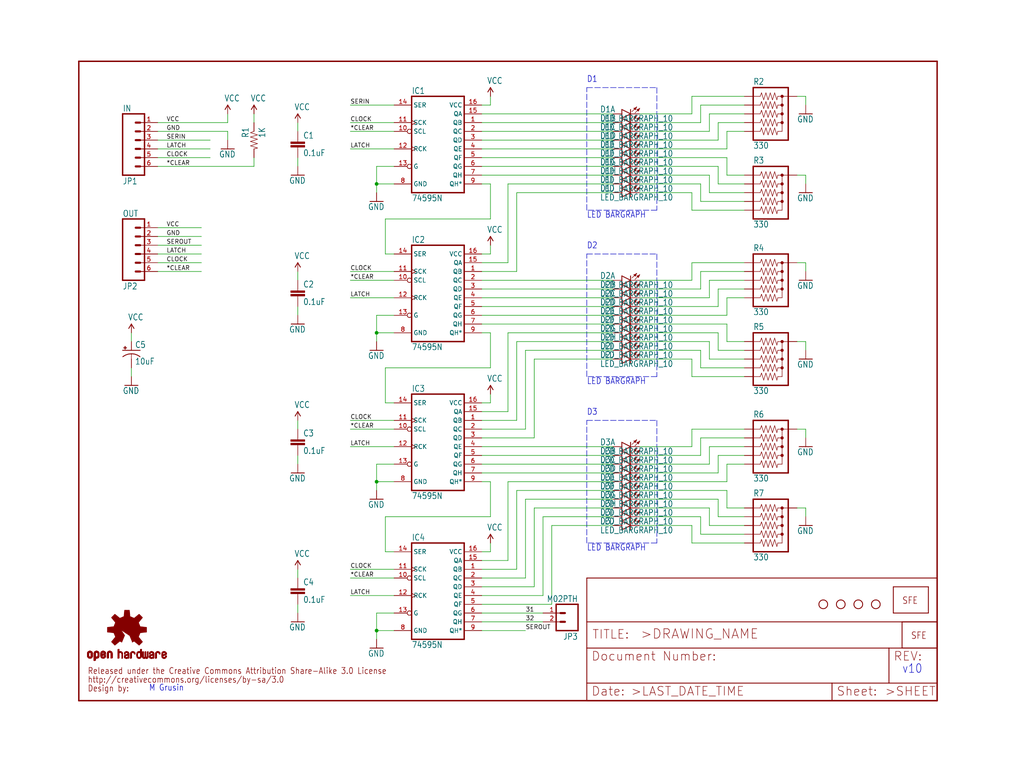
<source format=kicad_sch>
(kicad_sch (version 20211123) (generator eeschema)
  (paper "User" 297.002 223.926)
  (lib_symbols
    (symbol "eagleSchem-eagle-import:74595N"
      (property "Reference" "IC" (at -5.08 13.335 0))
      (property "Value" "74595N" (at -5.08 -17.78 0))
      (symbol "74595N_1_0"
        (pin tri_state line (at 15.24 5.08 180) (length 5.08) (name "QB") (number "1"))
        (pin input inverted (at -10.16 2.54 0) (length 5.08) (name "SCL") (number "10"))
        (pin input clock (at -10.16 5.08 0) (length 5.08) (name "SCK") (number "11"))
        (pin input clock (at -10.16 -2.54 0) (length 5.08) (name "RCK") (number "12"))
        (pin input inverted (at -10.16 -7.62 0) (length 5.08) (name "G") (number "13"))
        (pin input line (at -10.16 10.16 0) (length 5.08) (name "SER") (number "14"))
        (pin tri_state line (at 15.24 7.62 180) (length 5.08) (name "QA") (number "15"))
        (pin power_in line (at 15.24 10.16 180) (length 5.08) (name "VCC") (number "16"))
        (pin tri_state line (at 15.24 2.54 180) (length 5.08) (name "QC") (number "2"))
        (pin tri_state line (at 15.24 0 180) (length 5.08) (name "QD") (number "3"))
        (pin tri_state line (at 15.24 -2.54 180) (length 5.08) (name "QE") (number "4"))
        (pin tri_state line (at 15.24 -5.08 180) (length 5.08) (name "QF") (number "5"))
        (pin tri_state line (at 15.24 -7.62 180) (length 5.08) (name "QG") (number "6"))
        (pin tri_state line (at 15.24 -10.16 180) (length 5.08) (name "QH") (number "7"))
        (pin power_in line (at -10.16 -12.7 0) (length 5.08) (name "GND") (number "8"))
        (pin tri_state line (at 15.24 -12.7 180) (length 5.08) (name "QH*") (number "9"))
      )
    )
    (symbol "eagleSchem-eagle-import:CAPPTH2"
      (property "Reference" "C" (at 1.524 2.921 0))
      (property "Value" "CAPPTH2" (at 1.524 -2.159 0))
      (symbol "CAPPTH2_1_0"
        (pin passive line (at 0 5.08 270) (length 2.54) (name "1") (number "1"))
        (pin passive line (at 0 -2.54 90) (length 2.54) (name "2") (number "2"))
      )
    )
    (symbol "eagleSchem-eagle-import:CAP_POLPTH2"
      (property "Reference" "C" (at 1.016 0.635 0))
      (property "Value" "CAP_POLPTH2" (at 1.016 -4.191 0))
      (symbol "CAP_POLPTH2_1_0"
        (pin passive line (at 0 2.54 270) (length 2.54) (name "+") (number "1"))
        (pin passive line (at 0 -5.08 90) (length 2.54) (name "-") (number "2"))
      )
    )
    (symbol "eagleSchem-eagle-import:CREATIVE_COMMONS"
      (symbol "CREATIVE_COMMONS_1_0"
        (text "Design by:" (at 0 0 0) (effects (font (size 1.778 1.5113)) (justify left bottom)))
        (text "http://creativecommons.org/licenses/by-sa/3.0" (at 0 2.54 0) (effects (font (size 1.778 1.5113)) (justify left bottom)))
        (text "Released under the Creative Commons Attribution Share-Alike 3.0 License" (at 0 5.08 0) (effects (font (size 1.778 1.5113)) (justify left bottom)))
      )
    )
    (symbol "eagleSchem-eagle-import:FRAME-LETTER"
      (symbol "FRAME-LETTER_2_0"
        (text ">DRAWING_NAME" (at 15.494 17.78 0) (effects (font (size 2.7432 2.7432)) (justify left bottom)))
        (text ">LAST_DATE_TIME" (at 12.7 1.27 0) (effects (font (size 2.54 2.54)) (justify left bottom)))
        (text ">SHEET" (at 86.36 1.27 0) (effects (font (size 2.54 2.54)) (justify left bottom)))
        (text "Date:" (at 1.27 1.27 0) (effects (font (size 2.54 2.54)) (justify left bottom)))
        (text "Document Number:" (at 1.27 11.43 0) (effects (font (size 2.54 2.54)) (justify left bottom)))
        (text "REV:" (at 88.9 11.43 0) (effects (font (size 2.54 2.54)) (justify left bottom)))
        (text "Sheet:" (at 72.39 1.27 0) (effects (font (size 2.54 2.54)) (justify left bottom)))
        (text "TITLE:" (at 1.524 17.78 0) (effects (font (size 2.54 2.54)) (justify left bottom)))
      )
    )
    (symbol "eagleSchem-eagle-import:GND" (power)
      (property "Value" "GND" (at -2.54 -2.54 0))
      (symbol "GND_1_0"
        (pin power_in line (at 0 2.54 270) (length 2.54) (name "GND") (number "1"))
      )
    )
    (symbol "eagleSchem-eagle-import:LED_BARGRAPH_10"
      (property "Reference" "D" (at -6.35 2.286 0))
      (property "Value" "LED_BARGRAPH_10" (at -6.35 -0.381 0))
      (symbol "LED_BARGRAPH_10_1_0"
        (pin passive line (at -2.54 0 0) (length 2.54) (name "A") (number "1"))
        (pin passive line (at 5.08 0 180) (length 2.54) (name "C") (number "20"))
      )
      (symbol "LED_BARGRAPH_10_2_0"
        (pin passive line (at 5.08 0 180) (length 2.54) (name "C") (number "19"))
        (pin passive line (at -2.54 0 0) (length 2.54) (name "A") (number "2"))
      )
      (symbol "LED_BARGRAPH_10_3_0"
        (pin passive line (at 5.08 0 180) (length 2.54) (name "C") (number "18"))
        (pin passive line (at -2.54 0 0) (length 2.54) (name "A") (number "3"))
      )
      (symbol "LED_BARGRAPH_10_4_0"
        (pin passive line (at 5.08 0 180) (length 2.54) (name "C") (number "17"))
        (pin passive line (at -2.54 0 0) (length 2.54) (name "A") (number "4"))
      )
      (symbol "LED_BARGRAPH_10_5_0"
        (pin passive line (at 5.08 0 180) (length 2.54) (name "C") (number "16"))
        (pin passive line (at -2.54 0 0) (length 2.54) (name "A") (number "5"))
      )
      (symbol "LED_BARGRAPH_10_6_0"
        (pin passive line (at 5.08 0 180) (length 2.54) (name "C") (number "15"))
        (pin passive line (at -2.54 0 0) (length 2.54) (name "A") (number "6"))
      )
      (symbol "LED_BARGRAPH_10_7_0"
        (pin passive line (at 5.08 0 180) (length 2.54) (name "C") (number "14"))
        (pin passive line (at -2.54 0 0) (length 2.54) (name "A") (number "7"))
      )
      (symbol "LED_BARGRAPH_10_8_0"
        (pin passive line (at 5.08 0 180) (length 2.54) (name "C") (number "13"))
        (pin passive line (at -2.54 0 0) (length 2.54) (name "A") (number "8"))
      )
      (symbol "LED_BARGRAPH_10_9_0"
        (pin passive line (at 5.08 0 180) (length 2.54) (name "C") (number "12"))
        (pin passive line (at -2.54 0 0) (length 2.54) (name "A") (number "9"))
      )
      (symbol "LED_BARGRAPH_10_10_0"
        (pin passive line (at -2.54 0 0) (length 2.54) (name "A") (number "10"))
        (pin passive line (at 5.08 0 180) (length 2.54) (name "C") (number "11"))
      )
    )
    (symbol "eagleSchem-eagle-import:LOGO-SFENW2"
      (symbol "LOGO-SFENW2_1_0"
        (text "SFE" (at 0 0 0) (effects (font (size 1.9304 1.6408)) (justify left bottom)))
      )
    )
    (symbol "eagleSchem-eagle-import:LOGO-SFESK"
      (symbol "LOGO-SFESK_1_0"
        (text "SFE" (at 0 0 0) (effects (font (size 1.9304 1.6408)) (justify left bottom)))
      )
    )
    (symbol "eagleSchem-eagle-import:M02PTH"
      (property "Reference" "JP" (at -2.54 5.842 0))
      (property "Value" "M02PTH" (at -2.54 -5.08 0))
      (symbol "M02PTH_1_0"
        (pin passive line (at 7.62 0 180) (length 5.08) (name "1") (number "1"))
        (pin passive line (at 7.62 2.54 180) (length 5.08) (name "2") (number "2"))
      )
    )
    (symbol "eagleSchem-eagle-import:M06SIP"
      (property "Reference" "JP" (at -5.08 10.922 0))
      (property "Value" "M06SIP" (at -5.08 -10.16 0))
      (symbol "M06SIP_1_0"
        (pin passive line (at 5.08 -5.08 180) (length 5.08) (name "1") (number "1"))
        (pin passive line (at 5.08 -2.54 180) (length 5.08) (name "2") (number "2"))
        (pin passive line (at 5.08 0 180) (length 5.08) (name "3") (number "3"))
        (pin passive line (at 5.08 2.54 180) (length 5.08) (name "4") (number "4"))
        (pin passive line (at 5.08 5.08 180) (length 5.08) (name "5") (number "5"))
        (pin passive line (at 5.08 7.62 180) (length 5.08) (name "6") (number "6"))
      )
    )
    (symbol "eagleSchem-eagle-import:OSHW-LOGOM")
    (symbol "eagleSchem-eagle-import:RESISTORAXIAL-0.3"
      (property "Reference" "R" (at -3.81 1.4986 0))
      (property "Value" "RESISTORAXIAL-0.3" (at -3.81 -3.302 0))
      (symbol "RESISTORAXIAL-0.3_1_0"
        (pin passive line (at -5.08 0 0) (length 2.54) (name "1") (number "P$1"))
        (pin passive line (at 5.08 0 180) (length 2.54) (name "2") (number "P$2"))
      )
    )
    (symbol "eagleSchem-eagle-import:RPACK-BUSSED-SIP-PTH-5"
      (property "Reference" "R" (at 2.54 3.302 0))
      (property "Value" "RPACK-BUSSED-SIP-PTH-5" (at 2.54 -15.24 0))
      (symbol "RPACK-BUSSED-SIP-PTH-5_1_0"
        (pin passive line (at 15.24 0 180) (length 2.54) (name "1") (number "P$1"))
        (pin passive line (at 0 0 0) (length 2.54) (name "2") (number "P$2"))
        (pin passive line (at 0 -2.54 0) (length 2.54) (name "3") (number "P$3"))
        (pin passive line (at 0 -5.08 0) (length 2.54) (name "4") (number "P$4"))
        (pin passive line (at 0 -7.62 0) (length 2.54) (name "5") (number "P$5"))
        (pin passive line (at 0 -10.16 0) (length 2.54) (name "6") (number "P$6"))
      )
    )
    (symbol "eagleSchem-eagle-import:STAND-OFF")
    (symbol "eagleSchem-eagle-import:VCC" (power)
      (property "Value" "VCC" (at -1.016 3.556 0))
      (symbol "VCC_1_0"
        (pin power_in line (at 0 0 90) (length 2.54) (name "VCC") (number "1"))
      )
    )
  )
  (junction (at 109.22 182.88))
  (junction (at 109.22 139.7))
  (junction (at 109.22 96.52))
  (junction (at 109.22 53.34))
  (wire (pts (xy 45.72 48.26) (xy 73.66 48.26)))
  (wire (pts (xy 38.1 109.22) (xy 38.1 106.68)))
  (wire (pts (xy 215.9 50.8) (xy 210.82 50.8)))
  (wire (pts (xy 177.8 104.14) (xy 154.94 104.14)))
  (wire (pts (xy 205.74 104.14) (xy 215.9 104.14)))
  (wire (pts (xy 203.2 53.34) (xy 203.2 58.42)))
  (wire (pts (xy 233.68 27.94) (xy 233.68 30.48)))
  (wire (pts (xy 215.9 129.54) (xy 205.74 129.54)))
  (wire (pts (xy 210.82 142.24) (xy 210.82 147.32)))
  (wire (pts (xy 86.36 91.44) (xy 86.36 88.9)))
  (wire (pts (xy 208.28 132.08) (xy 215.9 132.08)))
  (wire (pts (xy 185.42 50.8) (xy 205.74 50.8)))
  (polyline (pts (xy 170.18 109.22) (xy 170.18 73.66)))
  (polyline (pts (xy 170.18 157.48) (xy 170.18 121.92)))
  (wire (pts (xy 200.66 76.2) (xy 200.66 81.28)))
  (wire (pts (xy 208.28 137.16) (xy 208.28 132.08)))
  (wire (pts (xy 38.1 96.52) (xy 38.1 99.06)))
  (wire (pts (xy 205.74 33.02) (xy 215.9 33.02)))
  (wire (pts (xy 114.3 35.56) (xy 101.6 35.56)))
  (wire (pts (xy 200.66 152.4) (xy 200.66 157.48)))
  (wire (pts (xy 109.22 182.88) (xy 109.22 177.8)))
  (wire (pts (xy 203.2 58.42) (xy 215.9 58.42)))
  (wire (pts (xy 208.28 101.6) (xy 208.28 96.52)))
  (wire (pts (xy 177.8 142.24) (xy 149.86 142.24)))
  (wire (pts (xy 147.32 139.7) (xy 177.8 139.7)))
  (wire (pts (xy 139.7 182.88) (xy 152.4 182.88)))
  (wire (pts (xy 139.7 180.34) (xy 157.48 180.34)))
  (wire (pts (xy 160.02 152.4) (xy 177.8 152.4)))
  (wire (pts (xy 233.68 76.2) (xy 233.68 78.74)))
  (wire (pts (xy 185.42 81.28) (xy 200.66 81.28)))
  (wire (pts (xy 185.42 88.9) (xy 208.28 88.9)))
  (wire (pts (xy 215.9 35.56) (xy 208.28 35.56)))
  (wire (pts (xy 233.68 124.46) (xy 233.68 127)))
  (wire (pts (xy 154.94 147.32) (xy 177.8 147.32)))
  (wire (pts (xy 177.8 132.08) (xy 139.7 132.08)))
  (wire (pts (xy 203.2 132.08) (xy 203.2 127)))
  (wire (pts (xy 152.4 124.46) (xy 152.4 101.6)))
  (wire (pts (xy 147.32 53.34) (xy 147.32 76.2)))
  (wire (pts (xy 177.8 93.98) (xy 139.7 93.98)))
  (wire (pts (xy 60.96 40.64) (xy 45.72 40.64)))
  (wire (pts (xy 139.7 38.1) (xy 177.8 38.1)))
  (wire (pts (xy 73.66 48.26) (xy 73.66 45.72)))
  (wire (pts (xy 154.94 127) (xy 139.7 127)))
  (wire (pts (xy 142.24 116.84) (xy 142.24 114.3)))
  (polyline (pts (xy 190.5 60.96) (xy 170.18 60.96)))
  (wire (pts (xy 231.14 76.2) (xy 233.68 76.2)))
  (wire (pts (xy 45.72 76.2) (xy 58.42 76.2)))
  (polyline (pts (xy 190.5 157.48) (xy 170.18 157.48)))
  (wire (pts (xy 114.3 43.18) (xy 101.6 43.18)))
  (wire (pts (xy 185.42 86.36) (xy 205.74 86.36)))
  (wire (pts (xy 109.22 91.44) (xy 114.3 91.44)))
  (wire (pts (xy 185.42 96.52) (xy 208.28 96.52)))
  (wire (pts (xy 185.42 91.44) (xy 210.82 91.44)))
  (wire (pts (xy 185.42 38.1) (xy 205.74 38.1)))
  (wire (pts (xy 139.7 116.84) (xy 142.24 116.84)))
  (wire (pts (xy 177.8 149.86) (xy 157.48 149.86)))
  (wire (pts (xy 185.42 99.06) (xy 205.74 99.06)))
  (wire (pts (xy 185.42 43.18) (xy 210.82 43.18)))
  (polyline (pts (xy 170.18 121.92) (xy 190.5 121.92)))
  (wire (pts (xy 185.42 149.86) (xy 203.2 149.86)))
  (wire (pts (xy 139.7 53.34) (xy 142.24 53.34)))
  (wire (pts (xy 205.74 55.88) (xy 205.74 50.8)))
  (wire (pts (xy 200.66 33.02) (xy 200.66 27.94)))
  (polyline (pts (xy 170.18 73.66) (xy 190.5 73.66)))
  (wire (pts (xy 147.32 162.56) (xy 139.7 162.56)))
  (wire (pts (xy 149.86 121.92) (xy 149.86 99.06)))
  (wire (pts (xy 185.42 132.08) (xy 203.2 132.08)))
  (wire (pts (xy 139.7 119.38) (xy 147.32 119.38)))
  (wire (pts (xy 160.02 175.26) (xy 160.02 152.4)))
  (wire (pts (xy 152.4 101.6) (xy 177.8 101.6)))
  (wire (pts (xy 177.8 55.88) (xy 149.86 55.88)))
  (wire (pts (xy 147.32 96.52) (xy 177.8 96.52)))
  (wire (pts (xy 185.42 101.6) (xy 203.2 101.6)))
  (wire (pts (xy 210.82 99.06) (xy 215.9 99.06)))
  (wire (pts (xy 203.2 127) (xy 215.9 127)))
  (wire (pts (xy 114.3 182.88) (xy 109.22 182.88)))
  (wire (pts (xy 177.8 88.9) (xy 139.7 88.9)))
  (wire (pts (xy 185.42 152.4) (xy 200.66 152.4)))
  (wire (pts (xy 109.22 53.34) (xy 109.22 48.26)))
  (wire (pts (xy 149.86 78.74) (xy 139.7 78.74)))
  (wire (pts (xy 86.36 35.56) (xy 86.36 38.1)))
  (wire (pts (xy 233.68 99.06) (xy 233.68 101.6)))
  (wire (pts (xy 139.7 50.8) (xy 177.8 50.8)))
  (wire (pts (xy 149.86 55.88) (xy 149.86 78.74)))
  (wire (pts (xy 101.6 86.36) (xy 114.3 86.36)))
  (wire (pts (xy 200.66 157.48) (xy 215.9 157.48)))
  (wire (pts (xy 139.7 134.62) (xy 177.8 134.62)))
  (polyline (pts (xy 190.5 109.22) (xy 170.18 109.22)))
  (wire (pts (xy 233.68 50.8) (xy 233.68 53.34)))
  (wire (pts (xy 109.22 96.52) (xy 109.22 91.44)))
  (wire (pts (xy 231.14 124.46) (xy 233.68 124.46)))
  (wire (pts (xy 58.42 71.12) (xy 45.72 71.12)))
  (wire (pts (xy 149.86 165.1) (xy 149.86 142.24)))
  (wire (pts (xy 215.9 101.6) (xy 208.28 101.6)))
  (wire (pts (xy 205.74 152.4) (xy 215.9 152.4)))
  (wire (pts (xy 139.7 160.02) (xy 142.24 160.02)))
  (wire (pts (xy 203.2 30.48) (xy 203.2 35.56)))
  (wire (pts (xy 139.7 30.48) (xy 142.24 30.48)))
  (wire (pts (xy 215.9 154.94) (xy 203.2 154.94)))
  (wire (pts (xy 185.42 139.7) (xy 210.82 139.7)))
  (wire (pts (xy 114.3 116.84) (xy 111.76 116.84)))
  (wire (pts (xy 231.14 27.94) (xy 233.68 27.94)))
  (wire (pts (xy 147.32 53.34) (xy 177.8 53.34)))
  (wire (pts (xy 200.66 109.22) (xy 215.9 109.22)))
  (wire (pts (xy 203.2 78.74) (xy 215.9 78.74)))
  (wire (pts (xy 45.72 66.04) (xy 58.42 66.04)))
  (wire (pts (xy 101.6 30.48) (xy 114.3 30.48)))
  (wire (pts (xy 210.82 50.8) (xy 210.82 45.72)))
  (wire (pts (xy 86.36 48.26) (xy 86.36 45.72)))
  (wire (pts (xy 114.3 177.8) (xy 109.22 177.8)))
  (wire (pts (xy 60.96 43.18) (xy 45.72 43.18)))
  (wire (pts (xy 185.42 134.62) (xy 205.74 134.62)))
  (wire (pts (xy 114.3 81.28) (xy 101.6 81.28)))
  (wire (pts (xy 101.6 165.1) (xy 114.3 165.1)))
  (wire (pts (xy 185.42 83.82) (xy 203.2 83.82)))
  (wire (pts (xy 45.72 73.66) (xy 58.42 73.66)))
  (wire (pts (xy 149.86 121.92) (xy 139.7 121.92)))
  (wire (pts (xy 185.42 144.78) (xy 208.28 144.78)))
  (wire (pts (xy 215.9 149.86) (xy 208.28 149.86)))
  (wire (pts (xy 45.72 68.58) (xy 58.42 68.58)))
  (wire (pts (xy 86.36 78.74) (xy 86.36 81.28)))
  (wire (pts (xy 185.42 48.26) (xy 208.28 48.26)))
  (wire (pts (xy 139.7 177.8) (xy 157.48 177.8)))
  (wire (pts (xy 142.24 149.86) (xy 111.76 149.86)))
  (polyline (pts (xy 170.18 25.4) (xy 190.5 25.4)))
  (wire (pts (xy 111.76 73.66) (xy 114.3 73.66)))
  (wire (pts (xy 215.9 106.68) (xy 203.2 106.68)))
  (wire (pts (xy 177.8 137.16) (xy 139.7 137.16)))
  (wire (pts (xy 185.42 147.32) (xy 205.74 147.32)))
  (wire (pts (xy 210.82 93.98) (xy 210.82 99.06)))
  (wire (pts (xy 185.42 35.56) (xy 203.2 35.56)))
  (wire (pts (xy 152.4 144.78) (xy 152.4 167.64)))
  (wire (pts (xy 215.9 124.46) (xy 200.66 124.46)))
  (wire (pts (xy 210.82 38.1) (xy 215.9 38.1)))
  (wire (pts (xy 147.32 139.7) (xy 147.32 162.56)))
  (polyline (pts (xy 190.5 73.66) (xy 190.5 109.22)))
  (wire (pts (xy 185.42 93.98) (xy 210.82 93.98)))
  (wire (pts (xy 215.9 81.28) (xy 205.74 81.28)))
  (wire (pts (xy 142.24 149.86) (xy 142.24 139.7)))
  (wire (pts (xy 205.74 147.32) (xy 205.74 152.4)))
  (wire (pts (xy 200.66 104.14) (xy 200.66 109.22)))
  (wire (pts (xy 177.8 99.06) (xy 149.86 99.06)))
  (wire (pts (xy 215.9 55.88) (xy 205.74 55.88)))
  (wire (pts (xy 139.7 96.52) (xy 142.24 96.52)))
  (wire (pts (xy 142.24 53.34) (xy 142.24 63.5)))
  (wire (pts (xy 185.42 142.24) (xy 210.82 142.24)))
  (wire (pts (xy 109.22 139.7) (xy 109.22 142.24)))
  (wire (pts (xy 215.9 86.36) (xy 210.82 86.36)))
  (wire (pts (xy 210.82 134.62) (xy 210.82 139.7)))
  (wire (pts (xy 66.04 38.1) (xy 66.04 40.64)))
  (wire (pts (xy 185.42 45.72) (xy 210.82 45.72)))
  (wire (pts (xy 142.24 96.52) (xy 142.24 106.68)))
  (wire (pts (xy 142.24 73.66) (xy 142.24 71.12)))
  (wire (pts (xy 185.42 33.02) (xy 200.66 33.02)))
  (wire (pts (xy 210.82 86.36) (xy 210.82 91.44)))
  (wire (pts (xy 147.32 76.2) (xy 139.7 76.2)))
  (wire (pts (xy 208.28 83.82) (xy 215.9 83.82)))
  (wire (pts (xy 210.82 43.18) (xy 210.82 38.1)))
  (wire (pts (xy 208.28 48.26) (xy 208.28 53.34)))
  (wire (pts (xy 139.7 175.26) (xy 160.02 175.26)))
  (wire (pts (xy 66.04 35.56) (xy 66.04 33.02)))
  (wire (pts (xy 200.66 60.96) (xy 200.66 55.88)))
  (wire (pts (xy 208.28 35.56) (xy 208.28 40.64)))
  (wire (pts (xy 139.7 170.18) (xy 154.94 170.18)))
  (wire (pts (xy 231.14 99.06) (xy 233.68 99.06)))
  (wire (pts (xy 154.94 170.18) (xy 154.94 147.32)))
  (wire (pts (xy 154.94 127) (xy 154.94 104.14)))
  (wire (pts (xy 200.66 124.46) (xy 200.66 129.54)))
  (wire (pts (xy 177.8 86.36) (xy 139.7 86.36)))
  (wire (pts (xy 86.36 134.62) (xy 86.36 132.08)))
  (polyline (pts (xy 190.5 25.4) (xy 190.5 60.96)))
  (wire (pts (xy 185.42 104.14) (xy 200.66 104.14)))
  (wire (pts (xy 139.7 48.26) (xy 177.8 48.26)))
  (wire (pts (xy 157.48 172.72) (xy 139.7 172.72)))
  (wire (pts (xy 101.6 121.92) (xy 114.3 121.92)))
  (wire (pts (xy 73.66 35.56) (xy 73.66 33.02)))
  (wire (pts (xy 177.8 83.82) (xy 139.7 83.82)))
  (wire (pts (xy 114.3 124.46) (xy 101.6 124.46)))
  (wire (pts (xy 109.22 182.88) (xy 109.22 185.42)))
  (wire (pts (xy 101.6 78.74) (xy 114.3 78.74)))
  (wire (pts (xy 208.28 149.86) (xy 208.28 144.78)))
  (wire (pts (xy 114.3 96.52) (xy 109.22 96.52)))
  (wire (pts (xy 185.42 129.54) (xy 200.66 129.54)))
  (wire (pts (xy 200.66 27.94) (xy 215.9 27.94)))
  (wire (pts (xy 139.7 165.1) (xy 149.86 165.1)))
  (wire (pts (xy 185.42 55.88) (xy 200.66 55.88)))
  (wire (pts (xy 139.7 40.64) (xy 177.8 40.64)))
  (wire (pts (xy 139.7 73.66) (xy 142.24 73.66)))
  (wire (pts (xy 139.7 124.46) (xy 152.4 124.46)))
  (wire (pts (xy 139.7 129.54) (xy 177.8 129.54)))
  (wire (pts (xy 208.28 53.34) (xy 215.9 53.34)))
  (wire (pts (xy 86.36 165.1) (xy 86.36 167.64)))
  (wire (pts (xy 231.14 147.32) (xy 233.68 147.32)))
  (wire (pts (xy 152.4 167.64) (xy 139.7 167.64)))
  (polyline (pts (xy 170.18 60.96) (xy 170.18 25.4)))
  (wire (pts (xy 111.76 149.86) (xy 111.76 160.02)))
  (wire (pts (xy 114.3 139.7) (xy 109.22 139.7)))
  (wire (pts (xy 203.2 154.94) (xy 203.2 149.86)))
  (wire (pts (xy 109.22 99.06) (xy 109.22 96.52)))
  (wire (pts (xy 139.7 43.18) (xy 177.8 43.18)))
  (wire (pts (xy 139.7 91.44) (xy 177.8 91.44)))
  (wire (pts (xy 142.24 63.5) (xy 111.76 63.5)))
  (wire (pts (xy 114.3 167.64) (xy 101.6 167.64)))
  (wire (pts (xy 139.7 45.72) (xy 177.8 45.72)))
  (wire (pts (xy 152.4 144.78) (xy 177.8 144.78)))
  (wire (pts (xy 111.76 116.84) (xy 111.76 106.68)))
  (wire (pts (xy 114.3 48.26) (xy 109.22 48.26)))
  (wire (pts (xy 109.22 139.7) (xy 109.22 134.62)))
  (wire (pts (xy 101.6 129.54) (xy 114.3 129.54)))
  (wire (pts (xy 147.32 119.38) (xy 147.32 96.52)))
  (wire (pts (xy 233.68 147.32) (xy 233.68 149.86)))
  (wire (pts (xy 86.36 177.8) (xy 86.36 175.26)))
  (wire (pts (xy 205.74 99.06) (xy 205.74 104.14)))
  (wire (pts (xy 215.9 134.62) (xy 210.82 134.62)))
  (wire (pts (xy 109.22 53.34) (xy 109.22 55.88)))
  (wire (pts (xy 157.48 149.86) (xy 157.48 172.72)))
  (wire (pts (xy 66.04 35.56) (xy 45.72 35.56)))
  (wire (pts (xy 215.9 76.2) (xy 200.66 76.2)))
  (wire (pts (xy 86.36 121.92) (xy 86.36 124.46)))
  (wire (pts (xy 142.24 30.48) (xy 142.24 27.94)))
  (wire (pts (xy 101.6 172.72) (xy 114.3 172.72)))
  (wire (pts (xy 185.42 53.34) (xy 203.2 53.34)))
  (wire (pts (xy 139.7 35.56) (xy 177.8 35.56)))
  (wire (pts (xy 139.7 33.02) (xy 177.8 33.02)))
  (wire (pts (xy 185.42 137.16) (xy 208.28 137.16)))
  (wire (pts (xy 208.28 88.9) (xy 208.28 83.82)))
  (wire (pts (xy 205.74 38.1) (xy 205.74 33.02)))
  (wire (pts (xy 111.76 63.5) (xy 111.76 73.66)))
  (wire (pts (xy 185.42 40.64) (xy 208.28 40.64)))
  (wire (pts (xy 111.76 160.02) (xy 114.3 160.02)))
  (wire (pts (xy 114.3 53.34) (xy 109.22 53.34)))
  (wire (pts (xy 142.24 139.7) (xy 139.7 139.7)))
  (wire (pts (xy 45.72 78.74) (xy 58.42 78.74)))
  (wire (pts (xy 215.9 30.48) (xy 203.2 30.48)))
  (wire (pts (xy 45.72 38.1) (xy 66.04 38.1)))
  (wire (pts (xy 203.2 106.68) (xy 203.2 101.6)))
  (wire (pts (xy 45.72 45.72) (xy 60.96 45.72)))
  (wire (pts (xy 231.14 50.8) (xy 233.68 50.8)))
  (wire (pts (xy 142.24 160.02) (xy 142.24 157.48)))
  (wire (pts (xy 210.82 147.32) (xy 215.9 147.32)))
  (wire (pts (xy 177.8 81.28) (xy 139.7 81.28)))
  (wire (pts (xy 114.3 38.1) (xy 101.6 38.1)))
  (wire (pts (xy 205.74 81.28) (xy 205.74 86.36)))
  (wire (pts (xy 114.3 134.62) (xy 109.22 134.62)))
  (wire (pts (xy 205.74 129.54) (xy 205.74 134.62)))
  (wire (pts (xy 203.2 83.82) (xy 203.2 78.74)))
  (wire (pts (xy 215.9 60.96) (xy 200.66 60.96)))
  (wire (pts (xy 142.24 106.68) (xy 111.76 106.68)))
  (polyline (pts (xy 190.5 121.92) (xy 190.5 157.48)))
  (text "M Grusin" (at 43.18 200.66 180) (effects (font (size 1.778 1.5113)) (justify left bottom)))
  (text "LED BARGRAPH" (at 170.18 111.76 180) (effects (font (size 1.778 1.5113)) (justify left bottom)))
  (text "D2" (at 170.18 72.39 180) (effects (font (size 1.778 1.5113)) (justify left bottom)))
  (text "LED BARGRAPH" (at 170.18 160.02 180) (effects (font (size 1.778 1.5113)) (justify left bottom)))
  (text "LED BARGRAPH" (at 170.18 63.5 180) (effects (font (size 1.778 1.5113)) (justify left bottom)))
  (text "v10" (at 261.62 195.58 180) (effects (font (size 2.54 2.159)) (justify left bottom)))
  (text "D3" (at 170.18 120.65 180) (effects (font (size 1.778 1.5113)) (justify left bottom)))
  (text "D1" (at 170.18 24.13 180) (effects (font (size 1.778 1.5113)) (justify left bottom)))
  (label "SEROUT" (at 152.4 182.88 0) (effects (font (size 1.2446 1.2446))))
  (label "31" (at 152.4 177.8 0) (effects (font (size 1.2446 1.2446))))
  (label "*CLEAR" (at 48.26 78.74 0) (effects (font (size 1.2446 1.2446))))
  (label "SERIN" (at 101.6 30.48 0) (effects (font (size 1.2446 1.2446))))
  (label "GND" (at 48.26 38.1 0) (effects (font (size 1.2446 1.2446))))
  (label "SEROUT" (at 48.26 71.12 0) (effects (font (size 1.2446 1.2446))))
  (label "32" (at 152.4 180.34 0) (effects (font (size 1.2446 1.2446))))
  (label "LATCH" (at 101.6 43.18 0) (effects (font (size 1.2446 1.2446))))
  (label "LATCH" (at 48.26 43.18 0) (effects (font (size 1.2446 1.2446))))
  (label "*CLEAR" (at 101.6 167.64 0) (effects (font (size 1.2446 1.2446))))
  (label "*CLEAR" (at 101.6 38.1 0) (effects (font (size 1.2446 1.2446))))
  (label "VCC" (at 48.26 35.56 0) (effects (font (size 1.2446 1.2446))))
  (label "LATCH" (at 101.6 172.72 0) (effects (font (size 1.2446 1.2446))))
  (label "SERIN" (at 48.26 40.64 0) (effects (font (size 1.2446 1.2446))))
  (label "*CLEAR" (at 101.6 81.28 0) (effects (font (size 1.2446 1.2446))))
  (label "CLOCK" (at 101.6 121.92 0) (effects (font (size 1.2446 1.2446))))
  (label "GND" (at 48.26 68.58 0) (effects (font (size 1.2446 1.2446))))
  (label "LATCH" (at 48.26 73.66 0) (effects (font (size 1.2446 1.2446))))
  (label "*CLEAR" (at 101.6 124.46 0) (effects (font (size 1.2446 1.2446))))
  (label "CLOCK" (at 101.6 165.1 0) (effects (font (size 1.2446 1.2446))))
  (label "*CLEAR" (at 48.26 48.26 0) (effects (font (size 1.2446 1.2446))))
  (label "CLOCK" (at 48.26 45.72 0) (effects (font (size 1.2446 1.2446))))
  (label "LATCH" (at 101.6 86.36 0) (effects (font (size 1.2446 1.2446))))
  (label "VCC" (at 48.26 66.04 0) (effects (font (size 1.2446 1.2446))))
  (label "CLOCK" (at 101.6 35.56 0) (effects (font (size 1.2446 1.2446))))
  (label "LATCH" (at 101.6 129.54 0) (effects (font (size 1.2446 1.2446))))
  (label "CLOCK" (at 101.6 78.74 0) (effects (font (size 1.2446 1.2446))))
  (label "CLOCK" (at 48.26 76.2 0) (effects (font (size 1.2446 1.2446))))
  (symbol (lib_id "eagleSchem-eagle-import:GND") (at 86.36 50.8 0) (unit 1)
    (property "Reference" "#GND8" (effects hide))
    (property "Value" "GND" (at 83.82 53.34 0) (effects (font (size 1.778 1.5113)) (justify left bottom)))
    (property "Footprint" "eagleSchem:" (effects hide))
  )
  (symbol (lib_id "eagleSchem-eagle-import:LED_BARGRAPH_10") (at 180.34 132.08 0) (unit 2)
    (property "Reference" "D3" (at 173.99 129.794 0) (effects (font (size 1.778 1.5113)) (justify left top)))
    (property "Value" "LED_BARGRAPH_10" (at 173.99 132.461 0) (effects (font (size 1.778 1.5113)) (justify left top)))
    (property "Footprint" "eagleSchem:LED_BARGAPH_10" (effects hide))
  )
  (symbol (lib_id "eagleSchem-eagle-import:LED_BARGRAPH_10") (at 180.34 149.86 0) (unit 9)
    (property "Reference" "D3" (at 173.99 147.574 0) (effects (font (size 1.778 1.5113)) (justify left top)))
    (property "Value" "LED_BARGRAPH_10" (at 173.99 150.241 0) (effects (font (size 1.778 1.5113)) (justify left top)))
    (property "Footprint" "eagleSchem:LED_BARGAPH_10" (effects hide))
  )
  (symbol (lib_id "eagleSchem-eagle-import:LED_BARGRAPH_10") (at 180.34 38.1 0) (unit 3)
    (property "Reference" "D1" (at 173.99 35.814 0) (effects (font (size 1.778 1.5113)) (justify left top)))
    (property "Value" "LED_BARGRAPH_10" (at 173.99 38.481 0) (effects (font (size 1.778 1.5113)) (justify left top)))
    (property "Footprint" "eagleSchem:LED_BARGAPH_10" (effects hide))
  )
  (symbol (lib_id "eagleSchem-eagle-import:GND") (at 109.22 101.6 0) (unit 1)
    (property "Reference" "#GND1" (effects hide))
    (property "Value" "GND" (at 106.68 104.14 0) (effects (font (size 1.778 1.5113)) (justify left bottom)))
    (property "Footprint" "eagleSchem:" (effects hide))
  )
  (symbol (lib_id "eagleSchem-eagle-import:RPACK-BUSSED-SIP-PTH-5") (at 215.9 27.94 0) (unit 1)
    (property "Reference" "R2" (at 218.44 24.638 0) (effects (font (size 1.778 1.5113)) (justify left bottom)))
    (property "Value" "330" (at 218.44 43.18 0) (effects (font (size 1.778 1.5113)) (justify left bottom)))
    (property "Footprint" "eagleSchem:RPACK-SIP-PTH-5" (effects hide))
  )
  (symbol (lib_id "eagleSchem-eagle-import:RPACK-BUSSED-SIP-PTH-5") (at 215.9 76.2 0) (unit 1)
    (property "Reference" "R4" (at 218.44 72.898 0) (effects (font (size 1.778 1.5113)) (justify left bottom)))
    (property "Value" "330" (at 218.44 91.44 0) (effects (font (size 1.778 1.5113)) (justify left bottom)))
    (property "Footprint" "eagleSchem:RPACK-SIP-PTH-5" (effects hide))
  )
  (symbol (lib_id "eagleSchem-eagle-import:LED_BARGRAPH_10") (at 180.34 50.8 0) (unit 8)
    (property "Reference" "D1" (at 173.99 48.514 0) (effects (font (size 1.778 1.5113)) (justify left top)))
    (property "Value" "LED_BARGRAPH_10" (at 173.99 51.181 0) (effects (font (size 1.778 1.5113)) (justify left top)))
    (property "Footprint" "eagleSchem:LED_BARGAPH_10" (effects hide))
  )
  (symbol (lib_id "eagleSchem-eagle-import:VCC") (at 86.36 165.1 0) (unit 1)
    (property "Reference" "#P+10" (effects hide))
    (property "Value" "VCC" (at 85.344 161.544 0) (effects (font (size 1.778 1.5113)) (justify left bottom)))
    (property "Footprint" "eagleSchem:" (effects hide))
  )
  (symbol (lib_id "eagleSchem-eagle-import:GND") (at 109.22 58.42 0) (unit 1)
    (property "Reference" "#GND3" (effects hide))
    (property "Value" "GND" (at 106.68 60.96 0) (effects (font (size 1.778 1.5113)) (justify left bottom)))
    (property "Footprint" "eagleSchem:" (effects hide))
  )
  (symbol (lib_id "eagleSchem-eagle-import:LOGO-SFESK") (at 264.16 185.42 0) (unit 1)
    (property "Reference" "LOGO2" (effects hide))
    (property "Value" "LOGO-SFESK" (effects hide))
    (property "Footprint" "eagleSchem:SFE-LOGO-FLAME" (effects hide))
  )
  (symbol (lib_id "eagleSchem-eagle-import:VCC") (at 66.04 33.02 0) (unit 1)
    (property "Reference" "#P+6" (effects hide))
    (property "Value" "VCC" (at 65.024 29.464 0) (effects (font (size 1.778 1.5113)) (justify left bottom)))
    (property "Footprint" "eagleSchem:" (effects hide))
  )
  (symbol (lib_id "eagleSchem-eagle-import:M02PTH") (at 165.1 177.8 180) (unit 1)
    (property "Reference" "JP3" (at 167.64 183.642 0) (effects (font (size 1.778 1.5113)) (justify left bottom)))
    (property "Value" "M02PTH" (at 167.64 172.72 0) (effects (font (size 1.778 1.5113)) (justify left bottom)))
    (property "Footprint" "eagleSchem:1X02" (effects hide))
  )
  (symbol (lib_id "eagleSchem-eagle-import:FRAME-LETTER") (at 22.86 203.2 0) (unit 1)
    (property "Reference" "#FRAME1" (effects hide))
    (property "Value" "FRAME-LETTER" (effects hide))
    (property "Footprint" "eagleSchem:" (effects hide))
  )
  (symbol (lib_id "eagleSchem-eagle-import:VCC") (at 142.24 157.48 0) (unit 1)
    (property "Reference" "#P+4" (effects hide))
    (property "Value" "VCC" (at 141.224 153.924 0) (effects (font (size 1.778 1.5113)) (justify left bottom)))
    (property "Footprint" "eagleSchem:" (effects hide))
  )
  (symbol (lib_id "eagleSchem-eagle-import:LED_BARGRAPH_10") (at 180.34 40.64 0) (unit 4)
    (property "Reference" "D1" (at 173.99 38.354 0) (effects (font (size 1.778 1.5113)) (justify left top)))
    (property "Value" "LED_BARGRAPH_10" (at 173.99 41.021 0) (effects (font (size 1.778 1.5113)) (justify left top)))
    (property "Footprint" "eagleSchem:LED_BARGAPH_10" (effects hide))
  )
  (symbol (lib_id "eagleSchem-eagle-import:LED_BARGRAPH_10") (at 180.34 33.02 0) (unit 1)
    (property "Reference" "D1" (at 173.99 30.734 0) (effects (font (size 1.778 1.5113)) (justify left top)))
    (property "Value" "LED_BARGRAPH_10" (at 173.99 33.401 0) (effects (font (size 1.778 1.5113)) (justify left top)))
    (property "Footprint" "eagleSchem:LED_BARGAPH_10" (effects hide))
  )
  (symbol (lib_id "eagleSchem-eagle-import:74595N") (at 124.46 127 0) (unit 1)
    (property "Reference" "IC3" (at 119.38 113.665 0) (effects (font (size 1.778 1.5113)) (justify left bottom)))
    (property "Value" "74595N" (at 119.38 144.78 0) (effects (font (size 1.778 1.5113)) (justify left bottom)))
    (property "Footprint" "eagleSchem:DIL16" (effects hide))
  )
  (symbol (lib_id "eagleSchem-eagle-import:74595N") (at 124.46 170.18 0) (unit 1)
    (property "Reference" "IC4" (at 119.38 156.845 0) (effects (font (size 1.778 1.5113)) (justify left bottom)))
    (property "Value" "74595N" (at 119.38 187.96 0) (effects (font (size 1.778 1.5113)) (justify left bottom)))
    (property "Footprint" "eagleSchem:DIL16" (effects hide))
  )
  (symbol (lib_id "eagleSchem-eagle-import:FRAME-LETTER") (at 170.18 203.2 0) (unit 2)
    (property "Reference" "#FRAME1" (effects hide))
    (property "Value" "FRAME-LETTER" (effects hide))
    (property "Footprint" "eagleSchem:" (effects hide))
  )
  (symbol (lib_id "eagleSchem-eagle-import:GND") (at 233.68 104.14 0) (unit 1)
    (property "Reference" "#GND13" (effects hide))
    (property "Value" "GND" (at 231.14 106.68 0) (effects (font (size 1.778 1.5113)) (justify left bottom)))
    (property "Footprint" "eagleSchem:" (effects hide))
  )
  (symbol (lib_id "eagleSchem-eagle-import:GND") (at 66.04 43.18 0) (unit 1)
    (property "Reference" "#GND7" (effects hide))
    (property "Value" "GND" (at 63.5 45.72 0) (effects (font (size 1.778 1.5113)) (justify left bottom)))
    (property "Footprint" "eagleSchem:" (effects hide))
  )
  (symbol (lib_id "eagleSchem-eagle-import:VCC") (at 142.24 27.94 0) (unit 1)
    (property "Reference" "#P+2" (effects hide))
    (property "Value" "VCC" (at 141.224 24.384 0) (effects (font (size 1.778 1.5113)) (justify left bottom)))
    (property "Footprint" "eagleSchem:" (effects hide))
  )
  (symbol (lib_id "eagleSchem-eagle-import:LED_BARGRAPH_10") (at 180.34 101.6 0) (unit 9)
    (property "Reference" "D2" (at 173.99 99.314 0) (effects (font (size 1.778 1.5113)) (justify left top)))
    (property "Value" "LED_BARGRAPH_10" (at 173.99 101.981 0) (effects (font (size 1.778 1.5113)) (justify left top)))
    (property "Footprint" "eagleSchem:LED_BARGAPH_10" (effects hide))
  )
  (symbol (lib_id "eagleSchem-eagle-import:LOGO-SFENW2") (at 261.62 175.26 0) (unit 1)
    (property "Reference" "LOGO1" (effects hide))
    (property "Value" "LOGO-SFENW2" (effects hide))
    (property "Footprint" "eagleSchem:SFE-NEW-WEB" (effects hide))
  )
  (symbol (lib_id "eagleSchem-eagle-import:LED_BARGRAPH_10") (at 180.34 104.14 0) (unit 10)
    (property "Reference" "D2" (at 173.99 101.854 0) (effects (font (size 1.778 1.5113)) (justify left top)))
    (property "Value" "LED_BARGRAPH_10" (at 173.99 104.521 0) (effects (font (size 1.778 1.5113)) (justify left top)))
    (property "Footprint" "eagleSchem:LED_BARGAPH_10" (effects hide))
  )
  (symbol (lib_id "eagleSchem-eagle-import:VCC") (at 142.24 114.3 0) (unit 1)
    (property "Reference" "#P+3" (effects hide))
    (property "Value" "VCC" (at 141.224 110.744 0) (effects (font (size 1.778 1.5113)) (justify left bottom)))
    (property "Footprint" "eagleSchem:" (effects hide))
  )
  (symbol (lib_id "eagleSchem-eagle-import:74595N") (at 124.46 83.82 0) (unit 1)
    (property "Reference" "IC2" (at 119.38 70.485 0) (effects (font (size 1.778 1.5113)) (justify left bottom)))
    (property "Value" "74595N" (at 119.38 101.6 0) (effects (font (size 1.778 1.5113)) (justify left bottom)))
    (property "Footprint" "eagleSchem:DIL16" (effects hide))
  )
  (symbol (lib_id "eagleSchem-eagle-import:RPACK-BUSSED-SIP-PTH-5") (at 215.9 50.8 0) (unit 1)
    (property "Reference" "R3" (at 218.44 47.498 0) (effects (font (size 1.778 1.5113)) (justify left bottom)))
    (property "Value" "330" (at 218.44 66.04 0) (effects (font (size 1.778 1.5113)) (justify left bottom)))
    (property "Footprint" "eagleSchem:RPACK-SIP-PTH-5" (effects hide))
  )
  (symbol (lib_id "eagleSchem-eagle-import:LED_BARGRAPH_10") (at 180.34 152.4 0) (unit 10)
    (property "Reference" "D3" (at 173.99 150.114 0) (effects (font (size 1.778 1.5113)) (justify left top)))
    (property "Value" "LED_BARGRAPH_10" (at 173.99 152.781 0) (effects (font (size 1.778 1.5113)) (justify left top)))
    (property "Footprint" "eagleSchem:LED_BARGAPH_10" (effects hide))
  )
  (symbol (lib_id "eagleSchem-eagle-import:LED_BARGRAPH_10") (at 180.34 48.26 0) (unit 7)
    (property "Reference" "D1" (at 173.99 45.974 0) (effects (font (size 1.778 1.5113)) (justify left top)))
    (property "Value" "LED_BARGRAPH_10" (at 173.99 48.641 0) (effects (font (size 1.778 1.5113)) (justify left top)))
    (property "Footprint" "eagleSchem:LED_BARGAPH_10" (effects hide))
  )
  (symbol (lib_id "eagleSchem-eagle-import:LED_BARGRAPH_10") (at 180.34 96.52 0) (unit 7)
    (property "Reference" "D2" (at 173.99 94.234 0) (effects (font (size 1.778 1.5113)) (justify left top)))
    (property "Value" "LED_BARGRAPH_10" (at 173.99 96.901 0) (effects (font (size 1.778 1.5113)) (justify left top)))
    (property "Footprint" "eagleSchem:LED_BARGAPH_10" (effects hide))
  )
  (symbol (lib_id "eagleSchem-eagle-import:GND") (at 233.68 152.4 0) (unit 1)
    (property "Reference" "#GND16" (effects hide))
    (property "Value" "GND" (at 231.14 154.94 0) (effects (font (size 1.778 1.5113)) (justify left bottom)))
    (property "Footprint" "eagleSchem:" (effects hide))
  )
  (symbol (lib_id "eagleSchem-eagle-import:RPACK-BUSSED-SIP-PTH-5") (at 215.9 124.46 0) (unit 1)
    (property "Reference" "R6" (at 218.44 121.158 0) (effects (font (size 1.778 1.5113)) (justify left bottom)))
    (property "Value" "330" (at 218.44 139.7 0) (effects (font (size 1.778 1.5113)) (justify left bottom)))
    (property "Footprint" "eagleSchem:RPACK-SIP-PTH-5" (effects hide))
  )
  (symbol (lib_id "eagleSchem-eagle-import:74595N") (at 124.46 40.64 0) (unit 1)
    (property "Reference" "IC1" (at 119.38 27.305 0) (effects (font (size 1.778 1.5113)) (justify left bottom)))
    (property "Value" "74595N" (at 119.38 58.42 0) (effects (font (size 1.778 1.5113)) (justify left bottom)))
    (property "Footprint" "eagleSchem:DIL16" (effects hide))
  )
  (symbol (lib_id "eagleSchem-eagle-import:LED_BARGRAPH_10") (at 180.34 144.78 0) (unit 7)
    (property "Reference" "D3" (at 173.99 142.494 0) (effects (font (size 1.778 1.5113)) (justify left top)))
    (property "Value" "LED_BARGRAPH_10" (at 173.99 145.161 0) (effects (font (size 1.778 1.5113)) (justify left top)))
    (property "Footprint" "eagleSchem:LED_BARGAPH_10" (effects hide))
  )
  (symbol (lib_id "eagleSchem-eagle-import:GND") (at 86.36 180.34 0) (unit 1)
    (property "Reference" "#GND11" (effects hide))
    (property "Value" "GND" (at 83.82 182.88 0) (effects (font (size 1.778 1.5113)) (justify left bottom)))
    (property "Footprint" "eagleSchem:" (effects hide))
  )
  (symbol (lib_id "eagleSchem-eagle-import:LED_BARGRAPH_10") (at 180.34 35.56 0) (unit 2)
    (property "Reference" "D1" (at 173.99 33.274 0) (effects (font (size 1.778 1.5113)) (justify left top)))
    (property "Value" "LED_BARGRAPH_10" (at 173.99 35.941 0) (effects (font (size 1.778 1.5113)) (justify left top)))
    (property "Footprint" "eagleSchem:LED_BARGAPH_10" (effects hide))
  )
  (symbol (lib_id "eagleSchem-eagle-import:LED_BARGRAPH_10") (at 180.34 139.7 0) (unit 5)
    (property "Reference" "D3" (at 173.99 137.414 0) (effects (font (size 1.778 1.5113)) (justify left top)))
    (property "Value" "LED_BARGRAPH_10" (at 173.99 140.081 0) (effects (font (size 1.778 1.5113)) (justify left top)))
    (property "Footprint" "eagleSchem:LED_BARGAPH_10" (effects hide))
  )
  (symbol (lib_id "eagleSchem-eagle-import:GND") (at 233.68 81.28 0) (unit 1)
    (property "Reference" "#GND5" (effects hide))
    (property "Value" "GND" (at 231.14 83.82 0) (effects (font (size 1.778 1.5113)) (justify left bottom)))
    (property "Footprint" "eagleSchem:" (effects hide))
  )
  (symbol (lib_id "eagleSchem-eagle-import:VCC") (at 38.1 96.52 0) (unit 1)
    (property "Reference" "#P+11" (effects hide))
    (property "Value" "VCC" (at 37.084 92.964 0) (effects (font (size 1.778 1.5113)) (justify left bottom)))
    (property "Footprint" "eagleSchem:" (effects hide))
  )
  (symbol (lib_id "eagleSchem-eagle-import:LED_BARGRAPH_10") (at 180.34 134.62 0) (unit 3)
    (property "Reference" "D3" (at 173.99 132.334 0) (effects (font (size 1.778 1.5113)) (justify left top)))
    (property "Value" "LED_BARGRAPH_10" (at 173.99 135.001 0) (effects (font (size 1.778 1.5113)) (justify left top)))
    (property "Footprint" "eagleSchem:LED_BARGAPH_10" (effects hide))
  )
  (symbol (lib_id "eagleSchem-eagle-import:LED_BARGRAPH_10") (at 180.34 45.72 0) (unit 6)
    (property "Reference" "D1" (at 173.99 43.434 0) (effects (font (size 1.778 1.5113)) (justify left top)))
    (property "Value" "LED_BARGRAPH_10" (at 173.99 46.101 0) (effects (font (size 1.778 1.5113)) (justify left top)))
    (property "Footprint" "eagleSchem:LED_BARGAPH_10" (effects hide))
  )
  (symbol (lib_id "eagleSchem-eagle-import:VCC") (at 73.66 33.02 0) (unit 1)
    (property "Reference" "#P+5" (effects hide))
    (property "Value" "VCC" (at 72.644 29.464 0) (effects (font (size 1.778 1.5113)) (justify left bottom)))
    (property "Footprint" "eagleSchem:" (effects hide))
  )
  (symbol (lib_id "eagleSchem-eagle-import:LED_BARGRAPH_10") (at 180.34 88.9 0) (unit 4)
    (property "Reference" "D2" (at 173.99 86.614 0) (effects (font (size 1.778 1.5113)) (justify left top)))
    (property "Value" "LED_BARGRAPH_10" (at 173.99 89.281 0) (effects (font (size 1.778 1.5113)) (justify left top)))
    (property "Footprint" "eagleSchem:LED_BARGAPH_10" (effects hide))
  )
  (symbol (lib_id "eagleSchem-eagle-import:CAP_POLPTH2") (at 38.1 101.6 0) (unit 1)
    (property "Reference" "C5" (at 39.116 100.965 0) (effects (font (size 1.778 1.5113)) (justify left bottom)))
    (property "Value" "10uF" (at 39.116 105.791 0) (effects (font (size 1.778 1.5113)) (justify left bottom)))
    (property "Footprint" "eagleSchem:CPOL-RADIAL-10UF-25V" (effects hide))
  )
  (symbol (lib_id "eagleSchem-eagle-import:CAPPTH2") (at 86.36 86.36 0) (unit 1)
    (property "Reference" "C2" (at 87.884 83.439 0) (effects (font (size 1.778 1.5113)) (justify left bottom)))
    (property "Value" "0.1uF" (at 87.884 88.519 0) (effects (font (size 1.778 1.5113)) (justify left bottom)))
    (property "Footprint" "eagleSchem:CAP-PTH-SMALL2" (effects hide))
  )
  (symbol (lib_id "eagleSchem-eagle-import:RPACK-BUSSED-SIP-PTH-5") (at 215.9 99.06 0) (unit 1)
    (property "Reference" "R5" (at 218.44 95.758 0) (effects (font (size 1.778 1.5113)) (justify left bottom)))
    (property "Value" "330" (at 218.44 114.3 0) (effects (font (size 1.778 1.5113)) (justify left bottom)))
    (property "Footprint" "eagleSchem:RPACK-SIP-PTH-5" (effects hide))
  )
  (symbol (lib_id "eagleSchem-eagle-import:LED_BARGRAPH_10") (at 180.34 147.32 0) (unit 8)
    (property "Reference" "D3" (at 173.99 145.034 0) (effects (font (size 1.778 1.5113)) (justify left top)))
    (property "Value" "LED_BARGRAPH_10" (at 173.99 147.701 0) (effects (font (size 1.778 1.5113)) (justify left top)))
    (property "Footprint" "eagleSchem:LED_BARGAPH_10" (effects hide))
  )
  (symbol (lib_id "eagleSchem-eagle-import:LED_BARGRAPH_10") (at 180.34 137.16 0) (unit 4)
    (property "Reference" "D3" (at 173.99 134.874 0) (effects (font (size 1.778 1.5113)) (justify left top)))
    (property "Value" "LED_BARGRAPH_10" (at 173.99 137.541 0) (effects (font (size 1.778 1.5113)) (justify left top)))
    (property "Footprint" "eagleSchem:LED_BARGAPH_10" (effects hide))
  )
  (symbol (lib_id "eagleSchem-eagle-import:STAND-OFF") (at 248.92 175.26 0) (unit 1)
    (property "Reference" "SO3" (effects hide))
    (property "Value" "STAND-OFF" (effects hide))
    (property "Footprint" "eagleSchem:STAND-OFF" (effects hide))
  )
  (symbol (lib_id "eagleSchem-eagle-import:GND") (at 233.68 33.02 0) (unit 1)
    (property "Reference" "#GND12" (effects hide))
    (property "Value" "GND" (at 231.14 35.56 0) (effects (font (size 1.778 1.5113)) (justify left bottom)))
    (property "Footprint" "eagleSchem:" (effects hide))
  )
  (symbol (lib_id "eagleSchem-eagle-import:VCC") (at 86.36 121.92 0) (unit 1)
    (property "Reference" "#P+9" (effects hide))
    (property "Value" "VCC" (at 85.344 118.364 0) (effects (font (size 1.778 1.5113)) (justify left bottom)))
    (property "Footprint" "eagleSchem:" (effects hide))
  )
  (symbol (lib_id "eagleSchem-eagle-import:VCC") (at 86.36 35.56 0) (unit 1)
    (property "Reference" "#P+7" (effects hide))
    (property "Value" "VCC" (at 85.344 32.004 0) (effects (font (size 1.778 1.5113)) (justify left bottom)))
    (property "Footprint" "eagleSchem:" (effects hide))
  )
  (symbol (lib_id "eagleSchem-eagle-import:STAND-OFF") (at 254 175.26 0) (unit 1)
    (property "Reference" "SO4" (effects hide))
    (property "Value" "STAND-OFF" (effects hide))
    (property "Footprint" "eagleSchem:STAND-OFF" (effects hide))
  )
  (symbol (lib_id "eagleSchem-eagle-import:CAPPTH2") (at 86.36 172.72 0) (unit 1)
    (property "Reference" "C4" (at 87.884 169.799 0) (effects (font (size 1.778 1.5113)) (justify left bottom)))
    (property "Value" "0.1uF" (at 87.884 174.879 0) (effects (font (size 1.778 1.5113)) (justify left bottom)))
    (property "Footprint" "eagleSchem:CAP-PTH-SMALL2" (effects hide))
  )
  (symbol (lib_id "eagleSchem-eagle-import:CAPPTH2") (at 86.36 129.54 0) (unit 1)
    (property "Reference" "C3" (at 87.884 126.619 0) (effects (font (size 1.778 1.5113)) (justify left bottom)))
    (property "Value" "0.1uF" (at 87.884 131.699 0) (effects (font (size 1.778 1.5113)) (justify left bottom)))
    (property "Footprint" "eagleSchem:CAP-PTH-SMALL2" (effects hide))
  )
  (symbol (lib_id "eagleSchem-eagle-import:GND") (at 38.1 111.76 0) (unit 1)
    (property "Reference" "#GND14" (effects hide))
    (property "Value" "GND" (at 35.56 114.3 0) (effects (font (size 1.778 1.5113)) (justify left bottom)))
    (property "Footprint" "eagleSchem:" (effects hide))
  )
  (symbol (lib_id "eagleSchem-eagle-import:LED_BARGRAPH_10") (at 180.34 86.36 0) (unit 3)
    (property "Reference" "D2" (at 173.99 84.074 0) (effects (font (size 1.778 1.5113)) (justify left top)))
    (property "Value" "LED_BARGRAPH_10" (at 173.99 86.741 0) (effects (font (size 1.778 1.5113)) (justify left top)))
    (property "Footprint" "eagleSchem:LED_BARGAPH_10" (effects hide))
  )
  (symbol (lib_id "eagleSchem-eagle-import:CAPPTH2") (at 86.36 43.18 0) (unit 1)
    (property "Reference" "C1" (at 87.884 40.259 0) (effects (font (size 1.778 1.5113)) (justify left bottom)))
    (property "Value" "0.1uF" (at 87.884 45.339 0) (effects (font (size 1.778 1.5113)) (justify left bottom)))
    (property "Footprint" "eagleSchem:CAP-PTH-SMALL2" (effects hide))
  )
  (symbol (lib_id "eagleSchem-eagle-import:GND") (at 233.68 55.88 0) (unit 1)
    (property "Reference" "#GND6" (effects hide))
    (property "Value" "GND" (at 231.14 58.42 0) (effects (font (size 1.778 1.5113)) (justify left bottom)))
    (property "Footprint" "eagleSchem:" (effects hide))
  )
  (symbol (lib_id "eagleSchem-eagle-import:VCC") (at 86.36 78.74 0) (unit 1)
    (property "Reference" "#P+8" (effects hide))
    (property "Value" "VCC" (at 85.344 75.184 0) (effects (font (size 1.778 1.5113)) (justify left bottom)))
    (property "Footprint" "eagleSchem:" (effects hide))
  )
  (symbol (lib_id "eagleSchem-eagle-import:LED_BARGRAPH_10") (at 180.34 129.54 0) (unit 1)
    (property "Reference" "D3" (at 173.99 127.254 0) (effects (font (size 1.778 1.5113)) (justify left top)))
    (property "Value" "LED_BARGRAPH_10" (at 173.99 129.921 0) (effects (font (size 1.778 1.5113)) (justify left top)))
    (property "Footprint" "eagleSchem:LED_BARGAPH_10" (effects hide))
  )
  (symbol (lib_id "eagleSchem-eagle-import:OSHW-LOGOM") (at 36.83 182.626 0) (unit 1)
    (property "Reference" "U$5" (effects hide))
    (property "Value" "OSHW-LOGOM" (effects hide))
    (property "Footprint" "eagleSchem:OSHW-LOGO-M" (effects hide))
  )
  (symbol (lib_id "eagleSchem-eagle-import:CREATIVE_COMMONS") (at 25.4 200.66 0) (unit 1)
    (property "Reference" "U$6" (effects hide))
    (property "Value" "CREATIVE_COMMONS" (effects hide))
    (property "Footprint" "eagleSchem:CREATIVE_COMMONS" (effects hide))
  )
  (symbol (lib_id "eagleSchem-eagle-import:STAND-OFF") (at 243.84 175.26 0) (unit 1)
    (property "Reference" "SO2" (effects hide))
    (property "Value" "STAND-OFF" (effects hide))
    (property "Footprint" "eagleSchem:STAND-OFF" (effects hide))
  )
  (symbol (lib_id "eagleSchem-eagle-import:LED_BARGRAPH_10") (at 180.34 81.28 0) (unit 1)
    (property "Reference" "D2" (at 173.99 78.994 0) (effects (font (size 1.778 1.5113)) (justify left top)))
    (property "Value" "LED_BARGRAPH_10" (at 173.99 81.661 0) (effects (font (size 1.778 1.5113)) (justify left top)))
    (property "Footprint" "eagleSchem:LED_BARGAPH_10" (effects hide))
  )
  (symbol (lib_id "eagleSchem-eagle-import:GND") (at 86.36 93.98 0) (unit 1)
    (property "Reference" "#GND9" (effects hide))
    (property "Value" "GND" (at 83.82 96.52 0) (effects (font (size 1.778 1.5113)) (justify left bottom)))
    (property "Footprint" "eagleSchem:" (effects hide))
  )
  (symbol (lib_id "eagleSchem-eagle-import:LED_BARGRAPH_10") (at 180.34 93.98 0) (unit 6)
    (property "Reference" "D2" (at 173.99 91.694 0) (effects (font (size 1.778 1.5113)) (justify left top)))
    (property "Value" "LED_BARGRAPH_10" (at 173.99 94.361 0) (effects (font (size 1.778 1.5113)) (justify left top)))
    (property "Footprint" "eagleSchem:LED_BARGAPH_10" (effects hide))
  )
  (symbol (lib_id "eagleSchem-eagle-import:LED_BARGRAPH_10") (at 180.34 55.88 0) (unit 10)
    (property "Reference" "D1" (at 173.99 53.594 0) (effects (font (size 1.778 1.5113)) (justify left top)))
    (property "Value" "LED_BARGRAPH_10" (at 173.99 56.261 0) (effects (font (size 1.778 1.5113)) (justify left top)))
    (property "Footprint" "eagleSchem:LED_BARGAPH_10" (effects hide))
  )
  (symbol (lib_id "eagleSchem-eagle-import:LED_BARGRAPH_10") (at 180.34 91.44 0) (unit 5)
    (property "Reference" "D2" (at 173.99 89.154 0) (effects (font (size 1.778 1.5113)) (justify left top)))
    (property "Value" "LED_BARGRAPH_10" (at 173.99 91.821 0) (effects (font (size 1.778 1.5113)) (justify left top)))
    (property "Footprint" "eagleSchem:LED_BARGAPH_10" (effects hide))
  )
  (symbol (lib_id "eagleSchem-eagle-import:LED_BARGRAPH_10") (at 180.34 142.24 0) (unit 6)
    (property "Reference" "D3" (at 173.99 139.954 0) (effects (font (size 1.778 1.5113)) (justify left top)))
    (property "Value" "LED_BARGRAPH_10" (at 173.99 142.621 0) (effects (font (size 1.778 1.5113)) (justify left top)))
    (property "Footprint" "eagleSchem:LED_BARGAPH_10" (effects hide))
  )
  (symbol (lib_id "eagleSchem-eagle-import:GND") (at 109.22 187.96 0) (unit 1)
    (property "Reference" "#GND4" (effects hide))
    (property "Value" "GND" (at 106.68 190.5 0) (effects (font (size 1.778 1.5113)) (justify left bottom)))
    (property "Footprint" "eagleSchem:" (effects hide))
  )
  (symbol (lib_id "eagleSchem-eagle-import:M06SIP") (at 40.64 40.64 0) (mirror x) (unit 1)
    (property "Reference" "JP1" (at 35.56 51.562 0) (effects (font (size 1.778 1.5113)) (justify left bottom)))
    (property "Value" "IN" (at 35.56 30.48 0) (effects (font (size 1.778 1.5113)) (justify left bottom)))
    (property "Footprint" "eagleSchem:1X06" (effects hide))
  )
  (symbol (lib_id "eagleSchem-eagle-import:GND") (at 109.22 144.78 0) (unit 1)
    (property "Reference" "#GND2" (effects hide))
    (property "Value" "GND" (at 106.68 147.32 0) (effects (font (size 1.778 1.5113)) (justify left bottom)))
    (property "Footprint" "eagleSchem:" (effects hide))
  )
  (symbol (lib_id "eagleSchem-eagle-import:LED_BARGRAPH_10") (at 180.34 83.82 0) (unit 2)
    (property "Reference" "D2" (at 173.99 81.534 0) (effects (font (size 1.778 1.5113)) (justify left top)))
    (property "Value" "LED_BARGRAPH_10" (at 173.99 84.201 0) (effects (font (size 1.778 1.5113)) (justify left top)))
    (property "Footprint" "eagleSchem:LED_BARGAPH_10" (effects hide))
  )
  (symbol (lib_id "eagleSchem-eagle-import:LED_BARGRAPH_10") (at 180.34 53.34 0) (unit 9)
    (property "Reference" "D1" (at 173.99 51.054 0) (effects (font (size 1.778 1.5113)) (justify left top)))
    (property "Value" "LED_BARGRAPH_10" (at 173.99 53.721 0) (effects (font (size 1.778 1.5113)) (justify left top)))
    (property "Footprint" "eagleSchem:LED_BARGAPH_10" (effects hide))
  )
  (symbol (lib_id "eagleSchem-eagle-import:STAND-OFF") (at 238.76 175.26 0) (unit 1)
    (property "Reference" "SO1" (effects hide))
    (property "Value" "STAND-OFF" (effects hide))
    (property "Footprint" "eagleSchem:STAND-OFF" (effects hide))
  )
  (symbol (lib_id "eagleSchem-eagle-import:RPACK-BUSSED-SIP-PTH-5") (at 215.9 147.32 0) (unit 1)
    (property "Reference" "R7" (at 218.44 144.018 0) (effects (font (size 1.778 1.5113)) (justify left bottom)))
    (property "Value" "330" (at 218.44 162.56 0) (effects (font (size 1.778 1.5113)) (justify left bottom)))
    (property "Footprint" "eagleSchem:RPACK-SIP-PTH-5" (effects hide))
  )
  (symbol (lib_id "eagleSchem-eagle-import:M06SIP") (at 40.64 71.12 0) (mirror x) (unit 1)
    (property "Reference" "JP2" (at 35.56 82.042 0) (effects (font (size 1.778 1.5113)) (justify left bottom)))
    (property "Value" "OUT" (at 35.56 60.96 0) (effects (font (size 1.778 1.5113)) (justify left bottom)))
    (property "Footprint" "eagleSchem:1X06" (effects hide))
  )
  (symbol (lib_id "eagleSchem-eagle-import:RESISTORAXIAL-0.3") (at 73.66 40.64 90) (mirror x) (unit 1)
    (property "Reference" "R1" (at 72.1614 36.83 0) (effects (font (size 1.778 1.5113)) (justify left bottom)))
    (property "Value" "1K" (at 76.962 36.83 0) (effects (font (size 1.778 1.5113)) (justify left bottom)))
    (property "Footprint" "eagleSchem:AXIAL-0.3" (effects hide))
  )
  (symbol (lib_id "eagleSchem-eagle-import:LED_BARGRAPH_10") (at 180.34 99.06 0) (unit 8)
    (property "Reference" "D2" (at 173.99 96.774 0) (effects (font (size 1.778 1.5113)) (justify left top)))
    (property "Value" "LED_BARGRAPH_10" (at 173.99 99.441 0) (effects (font (size 1.778 1.5113)) (justify left top)))
    (property "Footprint" "eagleSchem:LED_BARGAPH_10" (effects hide))
  )
  (symbol (lib_id "eagleSchem-eagle-import:LED_BARGRAPH_10") (at 180.34 43.18 0) (unit 5)
    (property "Reference" "D1" (at 173.99 40.894 0) (effects (font (size 1.778 1.5113)) (justify left top)))
    (property "Value" "LED_BARGRAPH_10" (at 173.99 43.561 0) (effects (font (size 1.778 1.5113)) (justify left top)))
    (property "Footprint" "eagleSchem:LED_BARGAPH_10" (effects hide))
  )
  (symbol (lib_id "eagleSchem-eagle-import:GND") (at 86.36 137.16 0) (unit 1)
    (property "Reference" "#GND10" (effects hide))
    (property "Value" "GND" (at 83.82 139.7 0) (effects (font (size 1.778 1.5113)) (justify left bottom)))
    (property "Footprint" "eagleSchem:" (effects hide))
  )
  (symbol (lib_id "eagleSchem-eagle-import:GND") (at 233.68 129.54 0) (unit 1)
    (property "Reference" "#GND15" (effects hide))
    (property "Value" "GND" (at 231.14 132.08 0) (effects (font (size 1.778 1.5113)) (justify left bottom)))
    (property "Footprint" "eagleSchem:" (effects hide))
  )
  (symbol (lib_id "eagleSchem-eagle-import:VCC") (at 142.24 71.12 0) (unit 1)
    (property "Reference" "#P+1" (effects hide))
    (property "Value" "VCC" (at 141.224 67.564 0) (effects (font (size 1.778 1.5113)) (justify left bottom)))
    (property "Footprint" "eagleSchem:" (effects hide))
  )
)
</source>
